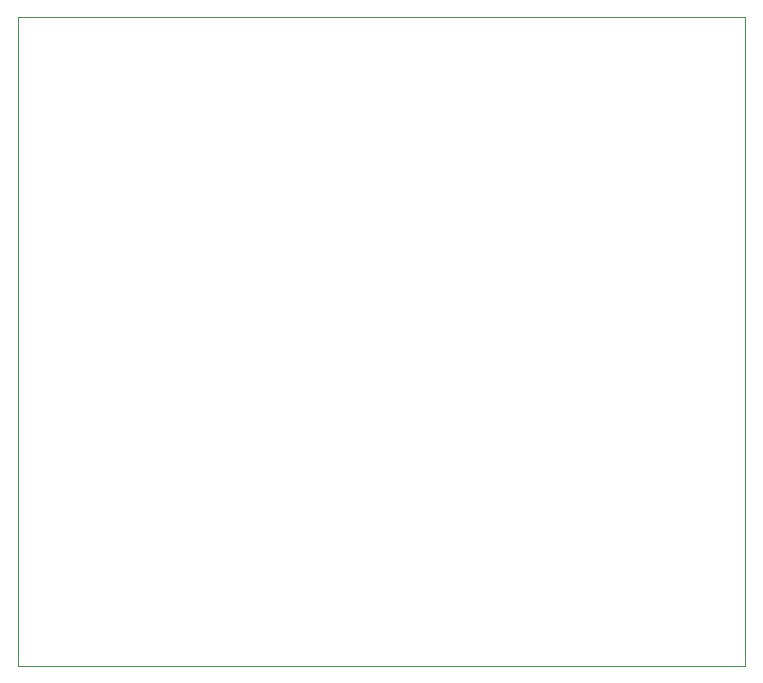
<source format=gm1>
G04 #@! TF.GenerationSoftware,KiCad,Pcbnew,8.0.1*
G04 #@! TF.CreationDate,2024-04-25T13:58:40+02:00*
G04 #@! TF.ProjectId,WritingRobotV2,57726974-696e-4675-926f-626f7456322e,rev?*
G04 #@! TF.SameCoordinates,Original*
G04 #@! TF.FileFunction,Profile,NP*
%FSLAX46Y46*%
G04 Gerber Fmt 4.6, Leading zero omitted, Abs format (unit mm)*
G04 Created by KiCad (PCBNEW 8.0.1) date 2024-04-25 13:58:40*
%MOMM*%
%LPD*%
G01*
G04 APERTURE LIST*
G04 #@! TA.AperFunction,Profile*
%ADD10C,0.050000*%
G04 #@! TD*
G04 APERTURE END LIST*
D10*
X75000000Y-42000000D02*
X136500000Y-42000000D01*
X136500000Y-97000000D01*
X75000000Y-97000000D01*
X75000000Y-42000000D01*
M02*

</source>
